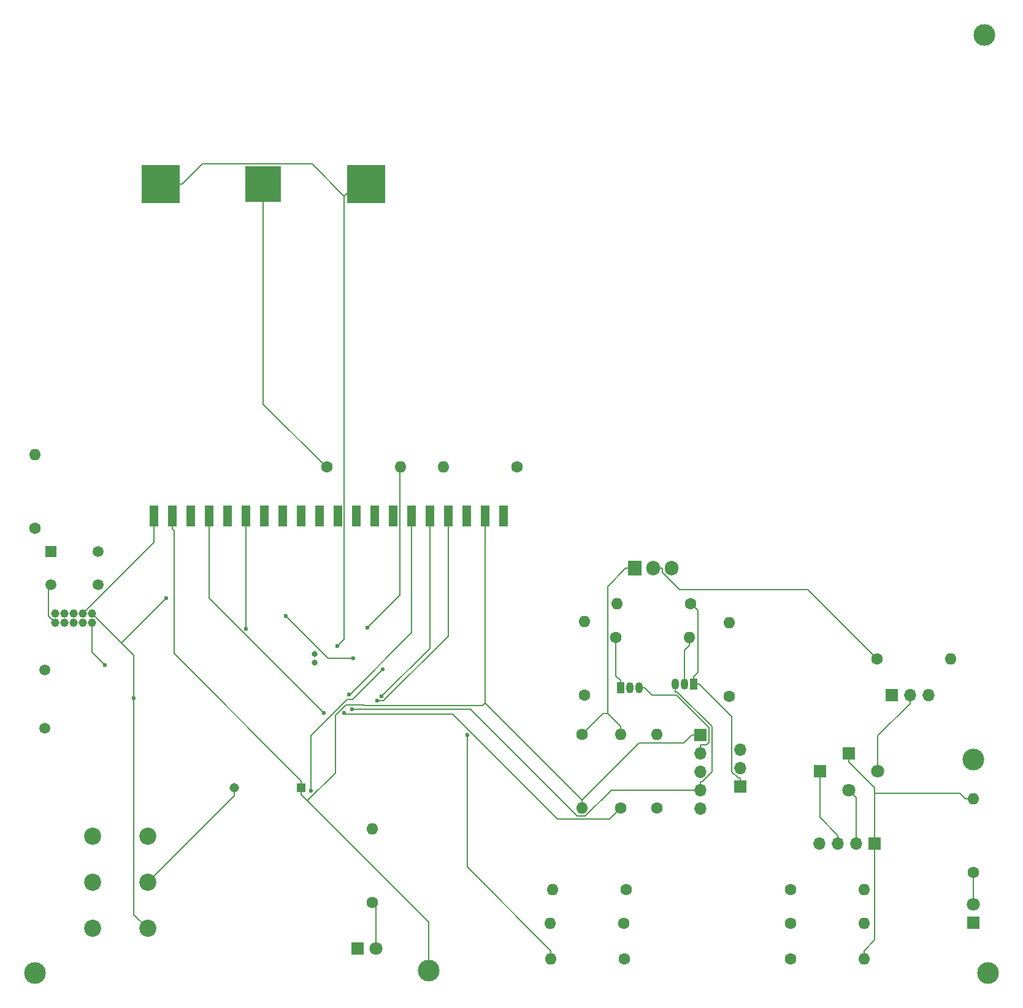
<source format=gbr>
%TF.GenerationSoftware,KiCad,Pcbnew,9.0.0*%
%TF.CreationDate,2025-05-12T01:47:31+10:00*%
%TF.ProjectId,Control_Unit,436f6e74-726f-46c5-9f55-6e69742e6b69,rev?*%
%TF.SameCoordinates,Original*%
%TF.FileFunction,Copper,L2,Bot*%
%TF.FilePolarity,Positive*%
%FSLAX46Y46*%
G04 Gerber Fmt 4.6, Leading zero omitted, Abs format (unit mm)*
G04 Created by KiCad (PCBNEW 9.0.0) date 2025-05-12 01:47:31*
%MOMM*%
%LPD*%
G01*
G04 APERTURE LIST*
%TA.AperFunction,ComponentPad*%
%ADD10C,0.810000*%
%TD*%
%TA.AperFunction,ComponentPad*%
%ADD11C,1.600000*%
%TD*%
%TA.AperFunction,ComponentPad*%
%ADD12O,1.600000X1.600000*%
%TD*%
%TA.AperFunction,ComponentPad*%
%ADD13R,1.200000X3.000000*%
%TD*%
%TA.AperFunction,ComponentPad*%
%ADD14R,1.800000X1.800000*%
%TD*%
%TA.AperFunction,ComponentPad*%
%ADD15C,1.800000*%
%TD*%
%TA.AperFunction,ComponentPad*%
%ADD16R,1.700000X1.700000*%
%TD*%
%TA.AperFunction,ComponentPad*%
%ADD17O,1.700000X1.700000*%
%TD*%
%TA.AperFunction,ComponentPad*%
%ADD18C,3.000000*%
%TD*%
%TA.AperFunction,ComponentPad*%
%ADD19C,1.168400*%
%TD*%
%TA.AperFunction,ComponentPad*%
%ADD20R,1.050000X1.500000*%
%TD*%
%TA.AperFunction,ComponentPad*%
%ADD21O,1.050000X1.500000*%
%TD*%
%TA.AperFunction,ComponentPad*%
%ADD22R,1.905000X2.000000*%
%TD*%
%TA.AperFunction,ComponentPad*%
%ADD23O,1.905000X2.000000*%
%TD*%
%TA.AperFunction,ComponentPad*%
%ADD24C,1.500000*%
%TD*%
%TA.AperFunction,ComponentPad*%
%ADD25R,1.498600X1.498600*%
%TD*%
%TA.AperFunction,ComponentPad*%
%ADD26C,1.498600*%
%TD*%
%TA.AperFunction,ComponentPad*%
%ADD27C,1.308000*%
%TD*%
%TA.AperFunction,ComponentPad*%
%ADD28R,1.308000X1.308000*%
%TD*%
%TA.AperFunction,ComponentPad*%
%ADD29C,2.362200*%
%TD*%
%TA.AperFunction,SMDPad,CuDef*%
%ADD30C,3.000000*%
%TD*%
%TA.AperFunction,SMDPad,CuDef*%
%ADD31R,5.000000X5.000000*%
%TD*%
%TA.AperFunction,SMDPad,CuDef*%
%ADD32R,5.300000X5.300000*%
%TD*%
%TA.AperFunction,ViaPad*%
%ADD33C,0.600000*%
%TD*%
%TA.AperFunction,Conductor*%
%ADD34C,0.200000*%
%TD*%
G04 APERTURE END LIST*
D10*
%TO.P,Y1,1*%
%TO.N,Net-(U1-PC14)*%
X111051500Y-114478500D03*
%TO.P,Y1,2*%
%TO.N,Net-(U1-PC15)*%
X111051500Y-115648500D03*
%TD*%
D11*
%TO.P,R9,1*%
%TO.N,Net-(R9-Pad1)*%
X176749000Y-156500000D03*
D12*
%TO.P,R9,2*%
%TO.N,+3V3*%
X186909000Y-156500000D03*
%TD*%
D13*
%TO.P,U4,1,VSS*%
%TO.N,GND*%
X137130000Y-95400000D03*
%TO.P,U4,2,VDD*%
%TO.N,+5V*%
X134590000Y-95400000D03*
%TO.P,U4,3,V0*%
%TO.N,Net-(U4-V0)*%
X132050000Y-95400000D03*
%TO.P,U4,4,RS*%
%TO.N,LCD_RS*%
X129510000Y-95400000D03*
%TO.P,U4,5,R/W*%
%TO.N,LCD_R{slash}W*%
X126970000Y-95400000D03*
%TO.P,U4,6,E*%
%TO.N,LCD_E*%
X124430000Y-95400000D03*
%TO.P,U4,7,DB0*%
%TO.N,unconnected-(U4-DB0-Pad7)*%
X121890000Y-95400000D03*
%TO.P,U4,8,DB1*%
%TO.N,unconnected-(U4-DB1-Pad8)*%
X119350000Y-95400000D03*
%TO.P,U4,9,DB2*%
%TO.N,unconnected-(U4-DB2-Pad9)*%
X116810000Y-95400000D03*
%TO.P,U4,10,DB3*%
%TO.N,unconnected-(U4-DB3-Pad10)*%
X114270000Y-95400000D03*
%TO.P,U4,11,DB4*%
%TO.N,unconnected-(U4-DB4-Pad11)*%
X111730000Y-95400000D03*
%TO.P,U4,12,DB5*%
%TO.N,unconnected-(U4-DB5-Pad12)*%
X109190000Y-95400000D03*
%TO.P,U4,13,DB6*%
%TO.N,unconnected-(U4-DB6-Pad13)*%
X106650000Y-95400000D03*
%TO.P,U4,14,DB7*%
%TO.N,unconnected-(U4-DB7-Pad14)*%
X104110000Y-95400000D03*
%TO.P,U4,15,PSB*%
%TO.N,GND*%
X101570000Y-95400000D03*
%TO.P,U4,16,NC*%
%TO.N,unconnected-(U4-NC-Pad16)*%
X99030000Y-95400000D03*
%TO.P,U4,17,/RST*%
%TO.N,LCD_RST*%
X96490000Y-95400000D03*
%TO.P,U4,18,Vout*%
%TO.N,unconnected-(U4-Vout-Pad18)*%
X93950000Y-95400000D03*
%TO.P,U4,19,LEDA*%
%TO.N,+5V*%
X91410000Y-95400000D03*
%TO.P,U4,20,LEDK*%
%TO.N,GND*%
X88870000Y-95400000D03*
%TD*%
D14*
%TO.P,U9,1,K*%
%TO.N,+3V3*%
X184829000Y-128138500D03*
D15*
%TO.P,U9,2,A*%
%TO.N,/Optical Link/FD_AN*%
X184829000Y-133238500D03*
D14*
%TO.P,U9,3,K*%
%TO.N,/Optical Link/LED_CA*%
X180829000Y-130638500D03*
D15*
%TO.P,U9,4,A*%
%TO.N,/Optical Link/LED_AN*%
X188829000Y-130638500D03*
%TD*%
D11*
%TO.P,R20,1*%
%TO.N,Net-(Q1-E)*%
X152669000Y-112138500D03*
D12*
%TO.P,R20,2*%
%TO.N,Net-(Q3-B)*%
X162829000Y-112138500D03*
%TD*%
D16*
%TO.P,J2,1,Pin_1*%
%TO.N,GND*%
X169829000Y-132718500D03*
D17*
%TO.P,J2,2,Pin_2*%
%TO.N,/Optical Link/LED_CA*%
X169829000Y-130178500D03*
%TO.P,J2,3,Pin_3*%
%TO.N,Net-(J2-Pin_3)*%
X169829000Y-127638500D03*
%TD*%
D14*
%TO.P,LED1,1,K*%
%TO.N,GND*%
X202000000Y-151540000D03*
D15*
%TO.P,LED1,2,A*%
%TO.N,Net-(LED1-A)*%
X202000000Y-149000000D03*
%TD*%
D18*
%TO.P,TP2,1,1*%
%TO.N,+3V3*%
X202000000Y-129000000D03*
%TD*%
D11*
%TO.P,R18,1*%
%TO.N,/Optical Link/FD_AN*%
X148329000Y-120138500D03*
D12*
%TO.P,R18,2*%
%TO.N,Net-(Q1-B)*%
X148329000Y-109978500D03*
%TD*%
D11*
%TO.P,R5,1*%
%TO.N,/Joy and Sd and LCD/Button_Down*%
X154080000Y-147000000D03*
D12*
%TO.P,R5,2*%
%TO.N,Btn_Down*%
X143920000Y-147000000D03*
%TD*%
D11*
%TO.P,R21,1*%
%TO.N,RX_OPTICAL*%
X168329000Y-120298500D03*
D12*
%TO.P,R21,2*%
%TO.N,+3V3*%
X168329000Y-110138500D03*
%TD*%
D11*
%TO.P,R14,1*%
%TO.N,TX_OPTICAL*%
X158329000Y-135718500D03*
D12*
%TO.P,R14,2*%
%TO.N,Net-(J2-Pin_3)*%
X158329000Y-125558500D03*
%TD*%
D11*
%TO.P,R6,1*%
%TO.N,/Joy and Sd and LCD/Button_Left*%
X176749000Y-151638500D03*
D12*
%TO.P,R6,2*%
%TO.N,Btn_Left*%
X186909000Y-151638500D03*
%TD*%
D11*
%TO.P,R15,1*%
%TO.N,TX_OPTICAL*%
X153329000Y-135718500D03*
D12*
%TO.P,R15,2*%
%TO.N,Net-(Q2-G)*%
X153329000Y-125558500D03*
%TD*%
D18*
%TO.P,TP1,1,1*%
%TO.N,+5V*%
X126829000Y-158138500D03*
%TD*%
D19*
%TO.P,J1,1,VTG*%
%TO.N,+3V3*%
X80329000Y-108868500D03*
%TO.P,J1,2,GND*%
%TO.N,GND*%
X80329000Y-110138500D03*
%TO.P,J1,3,GND*%
X79059000Y-108868500D03*
%TO.P,J1,4,KEY*%
%TO.N,unconnected-(J1-KEY-Pad4)*%
X79059000Y-110138500D03*
%TO.P,J1,5,GND*%
%TO.N,GND*%
X77789000Y-108868500D03*
%TO.P,J1,6,RST*%
%TO.N,JLink_SWDIO*%
X77789000Y-110138500D03*
%TO.P,J1,7,NC*%
%TO.N,JLink_CLK*%
X76519000Y-108868500D03*
%TO.P,J1,8,SWO*%
%TO.N,JLink_SW0*%
X76519000Y-110138500D03*
%TO.P,J1,9,CLK*%
%TO.N,unconnected-(J1-CLK-Pad9)*%
X75249000Y-108868500D03*
%TO.P,J1,10,SWDIO*%
%TO.N,JLink_RST*%
X75249000Y-110138500D03*
%TD*%
D20*
%TO.P,Q3,1,E*%
%TO.N,GND*%
X163369000Y-118638500D03*
D21*
%TO.P,Q3,2,B*%
%TO.N,Net-(Q3-B)*%
X162099000Y-118638500D03*
%TO.P,Q3,3,C*%
%TO.N,RX_OPTICAL*%
X160829000Y-118638500D03*
%TD*%
D16*
%TO.P,J5,1,Pin_1*%
%TO.N,+5V*%
X164329000Y-125598500D03*
D17*
%TO.P,J5,2,Pin_2*%
%TO.N,+3V3*%
X164329000Y-128138500D03*
%TO.P,J5,3,Pin_3*%
%TO.N,TX_OPTICAL*%
X164329000Y-130678500D03*
%TO.P,J5,4,Pin_4*%
%TO.N,RX_OPTICAL*%
X164329000Y-133218500D03*
%TO.P,J5,5,Pin_5*%
%TO.N,GND*%
X164329000Y-135758500D03*
%TD*%
D11*
%TO.P,R12,1*%
%TO.N,Net-(LED1-A)*%
X202000000Y-144580000D03*
D12*
%TO.P,R12,2*%
%TO.N,+3V3*%
X202000000Y-134420000D03*
%TD*%
D22*
%TO.P,Q2,1,G*%
%TO.N,Net-(Q2-G)*%
X155249000Y-102638500D03*
D23*
%TO.P,Q2,2,D*%
%TO.N,Net-(Q2-D)*%
X157789000Y-102638500D03*
%TO.P,Q2,3,S*%
%TO.N,+3V3*%
X160329000Y-102638500D03*
%TD*%
D11*
%TO.P,R16,1*%
%TO.N,Net-(Q2-G)*%
X148000000Y-125555300D03*
D12*
%TO.P,R16,2*%
%TO.N,+5V*%
X148000000Y-135715300D03*
%TD*%
D24*
%TO.P,U3,10*%
%TO.N,N/C*%
X73829000Y-116688500D03*
%TO.P,U3,11*%
X73829000Y-124688500D03*
%TD*%
D11*
%TO.P,R10,1*%
%TO.N,+5V*%
X138989000Y-88638500D03*
D12*
%TO.P,R10,2*%
%TO.N,Net-(U4-V0)*%
X128829000Y-88638500D03*
%TD*%
D14*
%TO.P,LED2,1,K*%
%TO.N,GND*%
X116960000Y-155138500D03*
D15*
%TO.P,LED2,2,A*%
%TO.N,Net-(LED2-A)*%
X119500000Y-155138500D03*
%TD*%
D20*
%TO.P,Q1,1,E*%
%TO.N,Net-(Q1-E)*%
X153289000Y-119138500D03*
D21*
%TO.P,Q1,2,B*%
%TO.N,Net-(Q1-B)*%
X154559000Y-119138500D03*
%TO.P,Q1,3,C*%
%TO.N,+3V3*%
X155829000Y-119138500D03*
%TD*%
D11*
%TO.P,R8,1*%
%TO.N,/Joy and Sd and LCD/Button_Push*%
X176749000Y-147000000D03*
D12*
%TO.P,R8,2*%
%TO.N,Btn_Push*%
X186909000Y-147000000D03*
%TD*%
D11*
%TO.P,R22,1*%
%TO.N,GND*%
X112725200Y-88620600D03*
D12*
%TO.P,R22,2*%
%TO.N,Net-(U1-PH3)*%
X122885200Y-88620600D03*
%TD*%
D25*
%TO.P,SW3,1,1*%
%TO.N,Net-(C17-Pad1)*%
X74673499Y-100351499D03*
D26*
%TO.P,SW3,2,2*%
X81173500Y-100351499D03*
%TO.P,SW3,3,3*%
%TO.N,JLink_RST*%
X74673499Y-104851500D03*
%TO.P,SW3,4,4*%
X81173500Y-104851500D03*
%TD*%
D16*
%TO.P,J4,1,Pin_1*%
%TO.N,+3V3*%
X188409000Y-140638500D03*
D17*
%TO.P,J4,2,Pin_2*%
%TO.N,/Optical Link/FD_AN*%
X185869000Y-140638500D03*
%TO.P,J4,3,Pin_3*%
%TO.N,/Optical Link/LED_CA*%
X183329000Y-140638500D03*
%TO.P,J4,4,Pin_4*%
%TO.N,/Optical Link/LED_AN*%
X180789000Y-140638500D03*
%TD*%
D11*
%TO.P,R17,1*%
%TO.N,Net-(Q2-D)*%
X188669000Y-115138500D03*
D12*
%TO.P,R17,2*%
%TO.N,Net-(J3-Pin_1)*%
X198829000Y-115138500D03*
%TD*%
D27*
%TO.P,D1,A*%
%TO.N,Net-(D1-PadA)*%
X99956200Y-132912200D03*
D28*
%TO.P,D1,C*%
%TO.N,+5V*%
X109236200Y-132912200D03*
%TD*%
D11*
%TO.P,R4,1*%
%TO.N,/Joy and Sd and LCD/Button_Up*%
X153834000Y-156500000D03*
D12*
%TO.P,R4,2*%
%TO.N,Btn_Up*%
X143674000Y-156500000D03*
%TD*%
D29*
%TO.P,SW1,1,1*%
%TO.N,Net-(SW1-Pad1)*%
X80380000Y-152338500D03*
%TO.P,SW1,2,2*%
%TO.N,Net-(U2-3V3)*%
X80380000Y-145988500D03*
%TO.P,SW1,3,3*%
%TO.N,unconnected-(SW1-Pad3)*%
X80380000Y-139638500D03*
%TO.P,SW1,4,4*%
%TO.N,+3V3*%
X88000000Y-152338500D03*
%TO.P,SW1,5,5*%
%TO.N,Net-(D1-PadA)*%
X88000000Y-145988500D03*
%TO.P,SW1,6,6*%
%TO.N,unconnected-(SW1-Pad6)*%
X88000000Y-139638500D03*
%TD*%
D11*
%TO.P,R13,1*%
%TO.N,Net-(LED2-A)*%
X119000000Y-148718500D03*
D12*
%TO.P,R13,2*%
%TO.N,SAMPLING_LED*%
X119000000Y-138558500D03*
%TD*%
D11*
%TO.P,R19,1*%
%TO.N,GND*%
X162989000Y-107500000D03*
D12*
%TO.P,R19,2*%
%TO.N,Net-(Q1-E)*%
X152829000Y-107500000D03*
%TD*%
D11*
%TO.P,R11,1*%
%TO.N,Net-(C17-Pad1)*%
X72500000Y-97080000D03*
D12*
%TO.P,R11,2*%
%TO.N,GND*%
X72500000Y-86920000D03*
%TD*%
D16*
%TO.P,J3,1,Pin_1*%
%TO.N,Net-(J3-Pin_1)*%
X190749000Y-120138500D03*
D17*
%TO.P,J3,2,Pin_2*%
%TO.N,/Optical Link/LED_AN*%
X193289000Y-120138500D03*
%TO.P,J3,3,Pin_3*%
%TO.N,+3.3V*%
X195829000Y-120138500D03*
%TD*%
D11*
%TO.P,R7,1*%
%TO.N,/Joy and Sd and LCD/Button_Right*%
X153754000Y-151638500D03*
D12*
%TO.P,R7,2*%
%TO.N,Btn_Right*%
X143594000Y-151638500D03*
%TD*%
D30*
%TO.P,FID4,*%
%TO.N,*%
X203500000Y-29000000D03*
%TD*%
%TO.P,FID6,*%
%TO.N,*%
X204000000Y-158500000D03*
%TD*%
D31*
%TO.P,BT1,-*%
%TO.N,GND*%
X104000000Y-49638500D03*
D32*
%TO.P,BT1,S+1*%
%TO.N,Net-(U1-VBAT)*%
X118200000Y-49638500D03*
%TO.P,BT1,S+2*%
X89800000Y-49638500D03*
%TD*%
D30*
%TO.P,FID5,*%
%TO.N,*%
X72500000Y-158500000D03*
%TD*%
D33*
%TO.N,GND*%
X101570000Y-110950600D03*
X82152500Y-116001500D03*
%TO.N,+3V3*%
X86129200Y-120538500D03*
X90581300Y-106717000D03*
%TO.N,Btn_Up*%
X132155300Y-125658700D03*
%TO.N,JLink_SWDIO*%
X116404100Y-115063500D03*
X107126400Y-109220200D03*
%TO.N,TX_OPTICAL*%
X115141100Y-122593000D03*
%TO.N,RX_OPTICAL*%
X116216700Y-122112400D03*
%TO.N,LCD_E*%
X115778100Y-120084400D03*
%TO.N,LCD_R{slash}W*%
X120341000Y-120287000D03*
%TO.N,STM_RX*%
X110565900Y-133330700D03*
X120460400Y-116563500D03*
%TO.N,LCD_RST*%
X112302900Y-122581500D03*
%TO.N,Net-(U1-VBAT)*%
X114178400Y-113388200D03*
%TO.N,LCD_RS*%
X119698800Y-120921600D03*
%TO.N,Net-(U1-PH3)*%
X118344700Y-110853100D03*
%TD*%
D34*
%TO.N,GND*%
X163369000Y-118638500D02*
X164194100Y-118638500D01*
X168678900Y-123123300D02*
X168678900Y-130705900D01*
X104000000Y-79969500D02*
X112669000Y-88638500D01*
X163956800Y-117000600D02*
X163369000Y-117588400D01*
X163369000Y-118557900D02*
X163369000Y-118638500D01*
X104000000Y-49638500D02*
X104000000Y-79969500D01*
X168678900Y-130705900D02*
X169541400Y-131568400D01*
X79059000Y-108868500D02*
X88870000Y-99057500D01*
X80329000Y-114178000D02*
X82152500Y-116001500D01*
X163956800Y-108467800D02*
X163956800Y-117000600D01*
X169829000Y-132718500D02*
X169829000Y-131568400D01*
X88870000Y-99057500D02*
X88870000Y-94500000D01*
X101570000Y-94500000D02*
X101570000Y-110950600D01*
X162989000Y-107500000D02*
X163956800Y-108467800D01*
X164194100Y-118638500D02*
X168678900Y-123123300D01*
X169541400Y-131568400D02*
X169829000Y-131568400D01*
X163369000Y-118557900D02*
X163369000Y-117588400D01*
X80329000Y-110138500D02*
X80329000Y-114178000D01*
%TO.N,+3V3*%
X157644900Y-120129300D02*
X161020700Y-120129300D01*
X188409000Y-133669300D02*
X188409000Y-140638500D01*
X188409000Y-132918600D02*
X188409000Y-133669300D01*
X186909000Y-156500000D02*
X186909000Y-155399900D01*
X184829000Y-128138500D02*
X184829000Y-129338600D01*
X200899900Y-134420000D02*
X200149200Y-133669300D01*
X88000000Y-152338500D02*
X86129200Y-150467700D01*
X86129200Y-150467700D02*
X86129200Y-120538500D01*
X200149200Y-133669300D02*
X188409000Y-133669300D01*
X188409000Y-140638500D02*
X188409000Y-153899900D01*
X184829000Y-129338600D02*
X188409000Y-132918600D01*
X164329000Y-128138500D02*
X164329000Y-126988400D01*
X188409000Y-153899900D02*
X186909000Y-155399900D01*
X202000000Y-134420000D02*
X200899900Y-134420000D01*
X86129200Y-114668700D02*
X86129200Y-120538500D01*
X80329000Y-108868500D02*
X84379400Y-112918900D01*
X155829000Y-119138500D02*
X156654100Y-119138500D01*
X90581300Y-106717000D02*
X84379400Y-112918900D01*
X84379400Y-112918900D02*
X86129200Y-114668700D01*
X165510000Y-126620700D02*
X165142300Y-126988400D01*
X156654100Y-119138500D02*
X157644900Y-120129300D01*
X161020700Y-120129300D02*
X165510000Y-124618600D01*
X165510000Y-124618600D02*
X165510000Y-126620700D01*
X165142300Y-126988400D02*
X164329000Y-126988400D01*
%TO.N,+5V*%
X134590000Y-94500000D02*
X134590000Y-121205200D01*
X109236200Y-131958100D02*
X91652600Y-114374500D01*
X134232900Y-121562300D02*
X117939600Y-121562300D01*
X134590000Y-121205200D02*
X148000000Y-134615200D01*
X110084000Y-134714100D02*
X109236200Y-133866300D01*
X91652600Y-97442700D02*
X91410000Y-97200100D01*
X91652600Y-114374500D02*
X91652600Y-97442700D01*
X134590000Y-121205200D02*
X134232900Y-121562300D01*
X163178900Y-125598500D02*
X162028800Y-126748600D01*
X113934300Y-130863800D02*
X110084000Y-134714100D01*
X117939600Y-121562300D02*
X117864600Y-121487300D01*
X126829000Y-151459100D02*
X110084000Y-134714100D01*
X109236200Y-132912200D02*
X109236200Y-131958100D01*
X113934300Y-122943200D02*
X113934300Y-130863800D01*
X126829000Y-158138500D02*
X126829000Y-151459100D01*
X164329000Y-125598500D02*
X163178900Y-125598500D01*
X155866600Y-126748600D02*
X148000000Y-134615200D01*
X148000000Y-135715300D02*
X148000000Y-134615200D01*
X109236200Y-132912200D02*
X109236200Y-133866300D01*
X117864600Y-121487300D02*
X115390200Y-121487300D01*
X162028800Y-126748600D02*
X155866600Y-126748600D01*
X91410000Y-94500000D02*
X91410000Y-97200100D01*
X115390200Y-121487300D02*
X113934300Y-122943200D01*
%TO.N,Btn_Up*%
X132155300Y-125658700D02*
X132155300Y-143881200D01*
X143674000Y-156500000D02*
X143674000Y-155399900D01*
X132155300Y-143881200D02*
X143674000Y-155399900D01*
%TO.N,JLink_RST*%
X75249000Y-110138500D02*
X74321300Y-109210800D01*
X74321300Y-109210800D02*
X74321300Y-105203700D01*
X74321300Y-105203700D02*
X74673500Y-104851500D01*
%TO.N,Net-(D1-PadA)*%
X88000000Y-145988500D02*
X99956200Y-134032300D01*
X99956200Y-134032300D02*
X99956200Y-132912200D01*
%TO.N,JLink_SWDIO*%
X107126400Y-109220200D02*
X112969700Y-115063500D01*
X112969700Y-115063500D02*
X116404100Y-115063500D01*
%TO.N,/Optical Link/LED_CA*%
X180829000Y-136988400D02*
X183329000Y-139488400D01*
X180829000Y-130638500D02*
X180829000Y-136988400D01*
X183329000Y-140638500D02*
X183329000Y-139488400D01*
%TO.N,/Optical Link/LED_AN*%
X193289000Y-120138500D02*
X193289000Y-121288600D01*
X188829000Y-130638500D02*
X188829000Y-125748600D01*
X188829000Y-125748600D02*
X193289000Y-121288600D01*
%TO.N,/Optical Link/FD_AN*%
X184829000Y-133238500D02*
X185869000Y-134278500D01*
X185869000Y-134278500D02*
X185869000Y-140638500D01*
%TO.N,TX_OPTICAL*%
X151794800Y-137252700D02*
X144598000Y-137252700D01*
X130110400Y-122765100D02*
X115313200Y-122765100D01*
X144598000Y-137252700D02*
X130110400Y-122765100D01*
X115313200Y-122765100D02*
X115141100Y-122593000D01*
X153329000Y-135718500D02*
X151794800Y-137252700D01*
%TO.N,RX_OPTICAL*%
X164567300Y-132068400D02*
X164329000Y-132068400D01*
X132597100Y-122112400D02*
X147337200Y-136852500D01*
X160829000Y-119688600D02*
X161146600Y-119688600D01*
X165925000Y-130710700D02*
X164567300Y-132068400D01*
X164329000Y-133218500D02*
X163178900Y-133218500D01*
X164329000Y-133218500D02*
X164329000Y-132068400D01*
X148420300Y-136852500D02*
X152054300Y-133218500D01*
X161146600Y-119688600D02*
X165925000Y-124467000D01*
X165925000Y-124467000D02*
X165925000Y-130710700D01*
X147337200Y-136852500D02*
X148420300Y-136852500D01*
X160829000Y-118638500D02*
X160829000Y-119688600D01*
X152054300Y-133218500D02*
X163178900Y-133218500D01*
X116216700Y-122112400D02*
X132597100Y-122112400D01*
%TO.N,Net-(LED1-A)*%
X202000000Y-149000000D02*
X202000000Y-144580000D01*
%TO.N,Net-(LED2-A)*%
X119000000Y-148718500D02*
X119500000Y-149218500D01*
X119500000Y-149218500D02*
X119500000Y-155138500D01*
%TO.N,Net-(Q1-E)*%
X153289000Y-119138500D02*
X153289000Y-118088400D01*
X152669000Y-117468400D02*
X152669000Y-112138500D01*
X153289000Y-118088400D02*
X152669000Y-117468400D01*
%TO.N,Net-(Q2-G)*%
X153329000Y-125558500D02*
X153329000Y-124458400D01*
X153996400Y-102638500D02*
X151527300Y-105107600D01*
X151527300Y-122656700D02*
X153329000Y-124458400D01*
X151527300Y-122656700D02*
X150898600Y-122656700D01*
X151527300Y-105107600D02*
X151527300Y-122656700D01*
X150898600Y-122656700D02*
X148000000Y-125555300D01*
X155249000Y-102638500D02*
X153996400Y-102638500D01*
%TO.N,Net-(Q2-D)*%
X161460700Y-105605600D02*
X179136100Y-105605600D01*
X159041600Y-103186500D02*
X161460700Y-105605600D01*
X159041600Y-102638500D02*
X159041600Y-103186500D01*
X179136100Y-105605600D02*
X188669000Y-115138500D01*
X157789000Y-102638500D02*
X159041600Y-102638500D01*
%TO.N,Net-(Q3-B)*%
X162829000Y-112138500D02*
X162829000Y-113238600D01*
X162099000Y-118638500D02*
X162099000Y-113968600D01*
X162099000Y-113968600D02*
X162829000Y-113238600D01*
%TO.N,LCD_E*%
X124430000Y-94500000D02*
X124430000Y-111533100D01*
X115778100Y-120185000D02*
X115778100Y-120084400D01*
X124430000Y-111533100D02*
X115778100Y-120185000D01*
%TO.N,LCD_R{slash}W*%
X126970000Y-94500000D02*
X126970000Y-113658000D01*
X126970000Y-113658000D02*
X120341000Y-120287000D01*
%TO.N,STM_RX*%
X120460400Y-116563500D02*
X116339300Y-120684600D01*
X116339300Y-120684600D02*
X115593700Y-120684600D01*
X115593700Y-120684600D02*
X110565900Y-125712400D01*
X110565900Y-125712400D02*
X110565900Y-133330700D01*
%TO.N,LCD_RST*%
X112302900Y-122581500D02*
X96490000Y-106768600D01*
X96490000Y-106768600D02*
X96490000Y-94500000D01*
%TO.N,Net-(U1-VBAT)*%
X95550300Y-46838300D02*
X92750100Y-49638500D01*
X115170200Y-112396400D02*
X114178400Y-113388200D01*
X89800000Y-49638500D02*
X92750100Y-49638500D01*
X116847600Y-49638500D02*
X115170200Y-51315900D01*
X115170200Y-51315900D02*
X110692600Y-46838300D01*
X118200000Y-49638500D02*
X116847600Y-49638500D01*
X110692600Y-46838300D02*
X95550300Y-46838300D01*
X115170200Y-51315900D02*
X115170200Y-112396400D01*
%TO.N,LCD_RS*%
X120578400Y-120921600D02*
X119698800Y-120921600D01*
X129510000Y-111990000D02*
X120578400Y-120921600D01*
X129510000Y-94500000D02*
X129510000Y-111990000D01*
%TO.N,Net-(U1-PH3)*%
X122829000Y-88638500D02*
X122829000Y-106368800D01*
X122829000Y-106368800D02*
X118344700Y-110853100D01*
%TD*%
M02*

</source>
